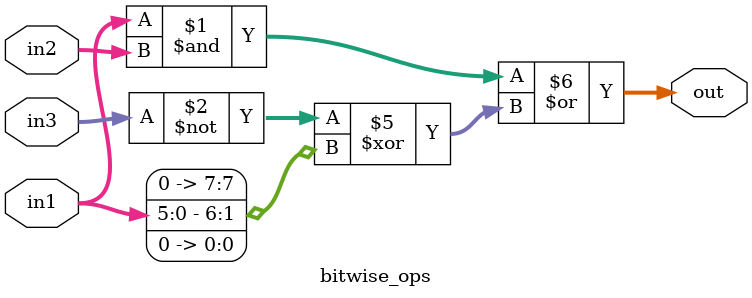
<source format=sv>
module bitwise_ops (
    input logic [7:0] in1,
    input logic [7:0] in2,
    input logic [7:0] in3,
    output logic [7:0] out
);
    assign out = (in1 & in2) | (~in3) ^ (in1 << 2) >> 1;
endmodule


</source>
